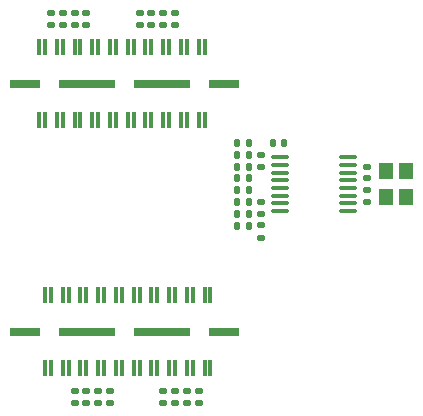
<source format=gbr>
%TF.GenerationSoftware,KiCad,Pcbnew,7.0.2-0*%
%TF.CreationDate,2023-05-25T20:57:36-04:00*%
%TF.ProjectId,szg-c2c-txr4,737a672d-6332-4632-9d74-7872342e6b69,A*%
%TF.SameCoordinates,Original*%
%TF.FileFunction,Paste,Bot*%
%TF.FilePolarity,Positive*%
%FSLAX46Y46*%
G04 Gerber Fmt 4.6, Leading zero omitted, Abs format (unit mm)*
G04 Created by KiCad (PCBNEW 7.0.2-0) date 2023-05-25 20:57:36*
%MOMM*%
%LPD*%
G01*
G04 APERTURE LIST*
G04 Aperture macros list*
%AMRoundRect*
0 Rectangle with rounded corners*
0 $1 Rounding radius*
0 $2 $3 $4 $5 $6 $7 $8 $9 X,Y pos of 4 corners*
0 Add a 4 corners polygon primitive as box body*
4,1,4,$2,$3,$4,$5,$6,$7,$8,$9,$2,$3,0*
0 Add four circle primitives for the rounded corners*
1,1,$1+$1,$2,$3*
1,1,$1+$1,$4,$5*
1,1,$1+$1,$6,$7*
1,1,$1+$1,$8,$9*
0 Add four rect primitives between the rounded corners*
20,1,$1+$1,$2,$3,$4,$5,0*
20,1,$1+$1,$4,$5,$6,$7,0*
20,1,$1+$1,$6,$7,$8,$9,0*
20,1,$1+$1,$8,$9,$2,$3,0*%
G04 Aperture macros list end*
%ADD10RoundRect,0.140000X0.170000X-0.140000X0.170000X0.140000X-0.170000X0.140000X-0.170000X-0.140000X0*%
%ADD11RoundRect,0.140000X0.140000X0.170000X-0.140000X0.170000X-0.140000X-0.170000X0.140000X-0.170000X0*%
%ADD12RoundRect,0.135000X0.135000X0.185000X-0.135000X0.185000X-0.135000X-0.185000X0.135000X-0.185000X0*%
%ADD13RoundRect,0.140000X-0.140000X-0.170000X0.140000X-0.170000X0.140000X0.170000X-0.140000X0.170000X0*%
%ADD14RoundRect,0.140000X-0.170000X0.140000X-0.170000X-0.140000X0.170000X-0.140000X0.170000X0.140000X0*%
%ADD15RoundRect,0.100000X0.637500X0.100000X-0.637500X0.100000X-0.637500X-0.100000X0.637500X-0.100000X0*%
%ADD16R,2.540000X0.640000*%
%ADD17R,4.700000X0.640000*%
%ADD18R,0.300000X1.450000*%
%ADD19RoundRect,0.135000X-0.185000X0.135000X-0.185000X-0.135000X0.185000X-0.135000X0.185000X0.135000X0*%
%ADD20R,1.200000X1.400000*%
G04 APERTURE END LIST*
D10*
%TO.C,C2*%
X146750000Y-93980000D03*
X146750000Y-93020000D03*
%TD*%
D11*
%TO.C,C20*%
X162480000Y-109000000D03*
X161520000Y-109000000D03*
%TD*%
D12*
%TO.C,R6*%
X162510000Y-111000000D03*
X161490000Y-111000000D03*
%TD*%
D13*
%TO.C,C17*%
X164520000Y-104000000D03*
X165480000Y-104000000D03*
%TD*%
D14*
%TO.C,C9*%
X158250000Y-125040000D03*
X158250000Y-126000000D03*
%TD*%
D12*
%TO.C,R3*%
X162510000Y-107000000D03*
X161490000Y-107000000D03*
%TD*%
D10*
%TO.C,C5*%
X153250000Y-93980000D03*
X153250000Y-93020000D03*
%TD*%
%TO.C,C1*%
X145750000Y-93980000D03*
X145750000Y-93020000D03*
%TD*%
%TO.C,C8*%
X156250000Y-93980000D03*
X156250000Y-93020000D03*
%TD*%
D15*
%TO.C,U1*%
X170862500Y-105225000D03*
X170862500Y-105875000D03*
X170862500Y-106525000D03*
X170862500Y-107175000D03*
X170862500Y-107825000D03*
X170862500Y-108475000D03*
X170862500Y-109125000D03*
X170862500Y-109775000D03*
X165137500Y-109775000D03*
X165137500Y-109125000D03*
X165137500Y-108475000D03*
X165137500Y-107825000D03*
X165137500Y-107175000D03*
X165137500Y-106525000D03*
X165137500Y-105875000D03*
X165137500Y-105225000D03*
%TD*%
D14*
%TO.C,C10*%
X157250000Y-125040000D03*
X157250000Y-126000000D03*
%TD*%
D11*
%TO.C,C19*%
X162480000Y-106000000D03*
X161520000Y-106000000D03*
%TD*%
D14*
%TO.C,C12*%
X155250000Y-125040000D03*
X155250000Y-126000000D03*
%TD*%
%TO.C,C14*%
X149750000Y-125040000D03*
X149750000Y-126000000D03*
%TD*%
D16*
%TO.C,J1*%
X143560000Y-99000000D03*
D17*
X148830000Y-99000000D03*
X155180000Y-99000000D03*
D16*
X160440000Y-99000000D03*
D18*
X144750000Y-102090000D03*
X144750000Y-95910000D03*
X145250000Y-102090000D03*
X145250000Y-95910000D03*
X146250010Y-102090000D03*
X146250010Y-95910000D03*
X146750000Y-102090000D03*
X146750000Y-95910000D03*
X147750000Y-102090000D03*
X147750000Y-95910000D03*
X148250000Y-102090000D03*
X148250000Y-95910000D03*
X149250000Y-102090000D03*
X149250000Y-95910000D03*
X149750000Y-102090000D03*
X149750000Y-95910000D03*
X150750000Y-102090000D03*
X150750000Y-95910000D03*
X151250000Y-102090000D03*
X151250000Y-95910000D03*
X152250000Y-102090000D03*
X152250000Y-95910000D03*
X152750000Y-102090000D03*
X152750000Y-95910000D03*
X153750000Y-102090000D03*
X153750000Y-95910000D03*
X154250000Y-102090000D03*
X154250000Y-95910000D03*
X155250010Y-102090000D03*
X155250010Y-95910000D03*
X155750000Y-102090000D03*
X155750000Y-95910000D03*
X156750000Y-102090000D03*
X156750000Y-95910000D03*
X157250000Y-102090000D03*
X157250000Y-95910000D03*
X158250000Y-102090000D03*
X158250000Y-95910000D03*
X158750000Y-102090000D03*
X158750000Y-95910000D03*
%TD*%
D14*
%TO.C,C23*%
X172500000Y-108020000D03*
X172500000Y-108980000D03*
%TD*%
D10*
%TO.C,C7*%
X155250000Y-93980000D03*
X155250000Y-93020000D03*
%TD*%
D16*
%TO.C,J2*%
X160440000Y-120000000D03*
D17*
X155170000Y-120000000D03*
X148820000Y-120000000D03*
D16*
X143560000Y-120000000D03*
D18*
X159250000Y-116910000D03*
X159250000Y-123090000D03*
X158750000Y-116910000D03*
X158750000Y-123090000D03*
X157749990Y-116910000D03*
X157749990Y-123090000D03*
X157250000Y-116910000D03*
X157250000Y-123090000D03*
X156250000Y-116910000D03*
X156250000Y-123090000D03*
X155750000Y-116910000D03*
X155750000Y-123090000D03*
X154750000Y-116910000D03*
X154750000Y-123090000D03*
X154250000Y-116910000D03*
X154250000Y-123090000D03*
X153250000Y-116910000D03*
X153250000Y-123090000D03*
X152750000Y-116910000D03*
X152750000Y-123090000D03*
X151750000Y-116910000D03*
X151750000Y-123090000D03*
X151250000Y-116910000D03*
X151250000Y-123090000D03*
X150250000Y-116910000D03*
X150250000Y-123090000D03*
X149750000Y-116910000D03*
X149750000Y-123090000D03*
X148749990Y-116910000D03*
X148749990Y-123090000D03*
X148250000Y-116910000D03*
X148250000Y-123090000D03*
X147250000Y-116910000D03*
X147250000Y-123090000D03*
X146750000Y-116910000D03*
X146750000Y-123090000D03*
X145750000Y-116910000D03*
X145750000Y-123090000D03*
X145250000Y-116910000D03*
X145250000Y-123090000D03*
%TD*%
D14*
%TO.C,C16*%
X147750000Y-125040000D03*
X147750000Y-126000000D03*
%TD*%
D10*
%TO.C,C4*%
X148750000Y-93980000D03*
X148750000Y-93020000D03*
%TD*%
%TO.C,C6*%
X154250000Y-93980000D03*
X154250000Y-93020000D03*
%TD*%
D19*
%TO.C,R7*%
X163500000Y-110990000D03*
X163500000Y-112010000D03*
%TD*%
D12*
%TO.C,R5*%
X162510000Y-108000000D03*
X161490000Y-108000000D03*
%TD*%
D10*
%TO.C,C3*%
X147750000Y-93980000D03*
X147750000Y-93020000D03*
%TD*%
D11*
%TO.C,C21*%
X162480000Y-110000000D03*
X161520000Y-110000000D03*
%TD*%
D14*
%TO.C,C13*%
X150750000Y-125040000D03*
X150750000Y-126000000D03*
%TD*%
%TO.C,C15*%
X148750000Y-125040000D03*
X148750000Y-126000000D03*
%TD*%
D12*
%TO.C,R2*%
X162510000Y-104000000D03*
X161490000Y-104000000D03*
%TD*%
D20*
%TO.C,Y1*%
X174150000Y-108600000D03*
X174150000Y-106400000D03*
X175850000Y-106400000D03*
X175850000Y-108600000D03*
%TD*%
D14*
%TO.C,C11*%
X156250000Y-125020000D03*
X156250000Y-125980000D03*
%TD*%
D19*
%TO.C,R1*%
X163500000Y-104990000D03*
X163500000Y-106010000D03*
%TD*%
D10*
%TO.C,C22*%
X172500000Y-106980000D03*
X172500000Y-106020000D03*
%TD*%
D19*
%TO.C,R4*%
X163500000Y-108980000D03*
X163500000Y-110000000D03*
%TD*%
D11*
%TO.C,C18*%
X162480000Y-105000000D03*
X161520000Y-105000000D03*
%TD*%
M02*

</source>
